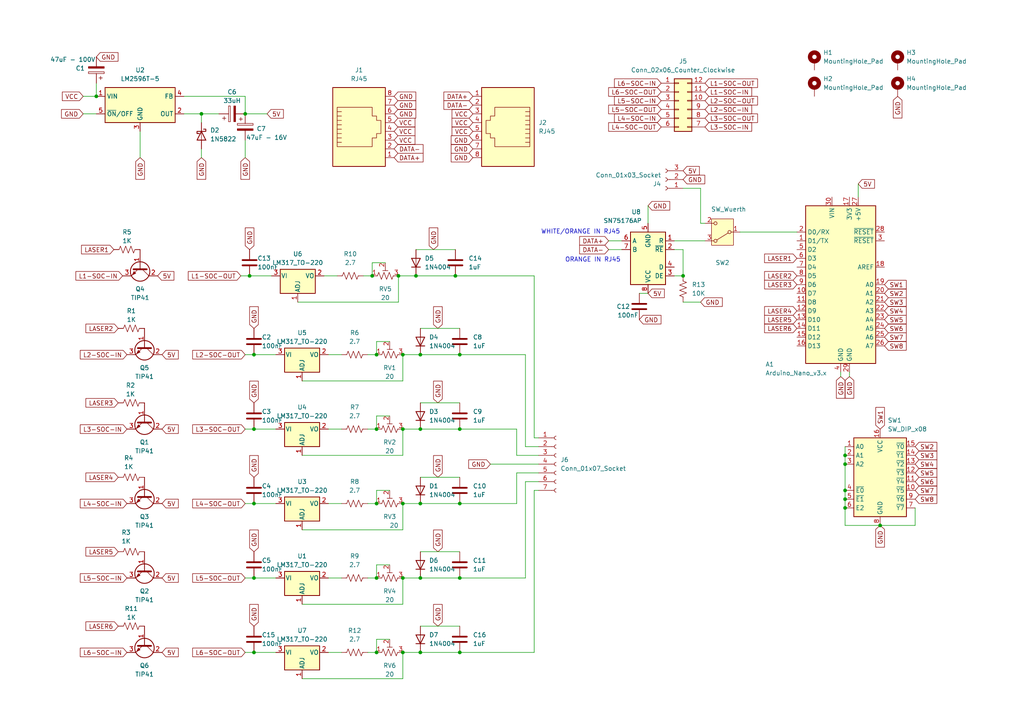
<source format=kicad_sch>
(kicad_sch (version 20231120) (generator "eeschema") (generator_version "8.0")
  (paper "A4")
  (junction (at 120.65 80.01))
  (junction (at 72.39 80.01))
  (junction (at 245.11 134.62))
  (junction (at 245.11 142.24))
  (junction (at 109.22 124.46))
  (junction (at 245.11 147.32))
  (junction (at 109.22 146.05))
  (junction (at 116.84 124.46))
  (junction (at 109.22 167.64))
  (junction (at 73.66 124.46))
  (junction (at 115.57 80.01))
  (junction (at 73.66 146.05))
  (junction (at 133.35 167.64))
  (junction (at 116.84 146.05))
  (junction (at 116.84 189.23))
  (junction (at 121.92 102.87))
  (junction (at 73.66 102.87))
  (junction (at 133.35 146.05))
  (junction (at 107.95 80.01))
  (junction (at 109.22 102.87))
  (junction (at 255.27 152.4))
  (junction (at 245.11 132.08))
  (junction (at 58.42 33.02))
  (junction (at 121.92 189.23))
  (junction (at 121.92 124.46))
  (junction (at 27.94 27.94))
  (junction (at 133.35 189.23))
  (junction (at 121.92 167.64))
  (junction (at 71.12 33.02))
  (junction (at 133.35 102.87))
  (junction (at 132.08 80.01))
  (junction (at 116.84 102.87))
  (junction (at 109.22 189.23))
  (junction (at 73.66 189.23))
  (junction (at 121.92 146.05))
  (junction (at 116.84 167.64))
  (junction (at 245.11 144.78))
  (junction (at 198.12 80.01))
  (junction (at 133.35 124.46))
  (junction (at 73.66 167.64))
  (no_connect (at 299.72 132.08))
  (wire (pts (xy 69.85 80.01) (xy 72.39 80.01)))
  (wire (pts (xy 115.57 80.01) (xy 120.65 80.01)))
  (wire (pts (xy 109.22 120.65) (xy 109.22 124.46)))
  (wire (pts (xy 245.11 129.54) (xy 245.11 132.08)))
  (wire (pts (xy 120.65 80.01) (xy 132.08 80.01)))
  (wire (pts (xy 133.35 102.87) (xy 152.4 102.87)))
  (wire (pts (xy 116.84 167.64) (xy 121.92 167.64)))
  (wire (pts (xy 71.12 146.05) (xy 73.66 146.05)))
  (wire (pts (xy 195.58 80.01) (xy 198.12 80.01)))
  (wire (pts (xy 185.42 85.09) (xy 187.96 85.09)))
  (wire (pts (xy 116.84 102.87) (xy 121.92 102.87)))
  (wire (pts (xy 58.42 33.02) (xy 63.5 33.02)))
  (wire (pts (xy 133.35 146.05) (xy 149.86 146.05)))
  (wire (pts (xy 113.03 185.42) (xy 109.22 185.42)))
  (wire (pts (xy 71.12 33.02) (xy 77.47 33.02)))
  (wire (pts (xy 106.68 189.23) (xy 109.22 189.23)))
  (wire (pts (xy 149.86 137.16) (xy 149.86 146.05)))
  (wire (pts (xy 106.68 102.87) (xy 109.22 102.87)))
  (wire (pts (xy 71.12 189.23) (xy 73.66 189.23)))
  (wire (pts (xy 115.57 80.01) (xy 115.57 87.63)))
  (wire (pts (xy 116.84 102.87) (xy 116.84 110.49)))
  (wire (pts (xy 27.94 24.13) (xy 27.94 27.94)))
  (wire (pts (xy 116.84 124.46) (xy 116.84 132.08)))
  (wire (pts (xy 24.13 27.94) (xy 27.94 27.94)))
  (wire (pts (xy 73.66 102.87) (xy 80.01 102.87)))
  (wire (pts (xy 203.2 54.61) (xy 203.2 64.77)))
  (wire (pts (xy 121.92 116.84) (xy 133.35 116.84)))
  (wire (pts (xy 73.66 124.46) (xy 80.01 124.46)))
  (wire (pts (xy 121.92 138.43) (xy 133.35 138.43)))
  (wire (pts (xy 95.25 146.05) (xy 99.06 146.05)))
  (wire (pts (xy 203.2 87.63) (xy 198.12 87.63)))
  (wire (pts (xy 246.38 107.95) (xy 246.38 109.22)))
  (wire (pts (xy 176.53 72.39) (xy 180.34 72.39)))
  (wire (pts (xy 245.11 134.62) (xy 245.11 142.24)))
  (wire (pts (xy 116.84 175.26) (xy 87.63 175.26)))
  (wire (pts (xy 105.41 80.01) (xy 107.95 80.01)))
  (wire (pts (xy 149.86 137.16) (xy 156.21 137.16)))
  (wire (pts (xy 58.42 33.02) (xy 58.42 35.56)))
  (wire (pts (xy 142.24 134.62) (xy 156.21 134.62)))
  (wire (pts (xy 121.92 166.37) (xy 121.92 167.64)))
  (wire (pts (xy 71.12 27.94) (xy 71.12 33.02)))
  (wire (pts (xy 149.86 124.46) (xy 149.86 132.08)))
  (wire (pts (xy 53.34 27.94) (xy 71.12 27.94)))
  (wire (pts (xy 72.39 80.01) (xy 78.74 80.01)))
  (wire (pts (xy 24.13 33.02) (xy 27.94 33.02)))
  (wire (pts (xy 106.68 146.05) (xy 109.22 146.05)))
  (wire (pts (xy 116.84 175.26) (xy 116.84 167.64)))
  (wire (pts (xy 116.84 146.05) (xy 121.92 146.05)))
  (wire (pts (xy 106.68 124.46) (xy 109.22 124.46)))
  (wire (pts (xy 71.12 124.46) (xy 73.66 124.46)))
  (wire (pts (xy 121.92 124.46) (xy 133.35 124.46)))
  (wire (pts (xy 116.84 110.49) (xy 87.63 110.49)))
  (wire (pts (xy 93.98 80.01) (xy 97.79 80.01)))
  (wire (pts (xy 132.08 80.01) (xy 154.94 80.01)))
  (wire (pts (xy 214.63 67.31) (xy 231.14 67.31)))
  (wire (pts (xy 245.11 142.24) (xy 245.11 144.78)))
  (wire (pts (xy 116.84 153.67) (xy 87.63 153.67)))
  (wire (pts (xy 149.86 132.08) (xy 156.21 132.08)))
  (wire (pts (xy 121.92 181.61) (xy 133.35 181.61)))
  (wire (pts (xy 116.84 189.23) (xy 116.84 196.85)))
  (wire (pts (xy 204.47 69.85) (xy 195.58 69.85)))
  (wire (pts (xy 95.25 124.46) (xy 99.06 124.46)))
  (wire (pts (xy 120.65 72.39) (xy 132.08 72.39)))
  (wire (pts (xy 176.53 69.85) (xy 180.34 69.85)))
  (wire (pts (xy 121.92 167.64) (xy 133.35 167.64)))
  (wire (pts (xy 109.22 99.06) (xy 109.22 102.87)))
  (wire (pts (xy 116.84 189.23) (xy 121.92 189.23)))
  (wire (pts (xy 152.4 139.7) (xy 152.4 167.64)))
  (wire (pts (xy 198.12 72.39) (xy 198.12 80.01)))
  (wire (pts (xy 121.92 160.02) (xy 133.35 160.02)))
  (wire (pts (xy 71.12 102.87) (xy 73.66 102.87)))
  (wire (pts (xy 198.12 54.61) (xy 203.2 54.61)))
  (wire (pts (xy 113.03 99.06) (xy 109.22 99.06)))
  (wire (pts (xy 115.57 87.63) (xy 86.36 87.63)))
  (wire (pts (xy 116.84 132.08) (xy 87.63 132.08)))
  (wire (pts (xy 154.94 142.24) (xy 156.21 142.24)))
  (wire (pts (xy 121.92 189.23) (xy 133.35 189.23)))
  (wire (pts (xy 265.43 152.4) (xy 265.43 147.32)))
  (wire (pts (xy 107.95 76.2) (xy 107.95 80.01)))
  (wire (pts (xy 71.12 40.64) (xy 71.12 45.72)))
  (wire (pts (xy 111.76 76.2) (xy 107.95 76.2)))
  (wire (pts (xy 95.25 167.64) (xy 99.06 167.64)))
  (wire (pts (xy 40.64 38.1) (xy 40.64 45.72)))
  (wire (pts (xy 116.84 124.46) (xy 121.92 124.46)))
  (wire (pts (xy 116.84 146.05) (xy 116.84 153.67)))
  (wire (pts (xy 95.25 102.87) (xy 99.06 102.87)))
  (wire (pts (xy 109.22 163.83) (xy 109.22 167.64)))
  (wire (pts (xy 73.66 189.23) (xy 80.01 189.23)))
  (wire (pts (xy 154.94 80.01) (xy 154.94 127)))
  (wire (pts (xy 149.86 124.46) (xy 133.35 124.46)))
  (wire (pts (xy 121.92 95.25) (xy 133.35 95.25)))
  (wire (pts (xy 152.4 139.7) (xy 156.21 139.7)))
  (wire (pts (xy 106.68 167.64) (xy 109.22 167.64)))
  (wire (pts (xy 109.22 142.24) (xy 109.22 146.05)))
  (wire (pts (xy 152.4 102.87) (xy 152.4 129.54)))
  (wire (pts (xy 245.11 144.78) (xy 245.11 147.32)))
  (wire (pts (xy 113.03 142.24) (xy 109.22 142.24)))
  (wire (pts (xy 113.03 120.65) (xy 109.22 120.65)))
  (wire (pts (xy 245.11 147.32) (xy 245.11 152.4)))
  (wire (pts (xy 121.92 102.87) (xy 133.35 102.87)))
  (wire (pts (xy 133.35 189.23) (xy 154.94 189.23)))
  (wire (pts (xy 195.58 72.39) (xy 198.12 72.39)))
  (wire (pts (xy 245.11 132.08) (xy 245.11 134.62)))
  (wire (pts (xy 116.84 196.85) (xy 87.63 196.85)))
  (wire (pts (xy 109.22 185.42) (xy 109.22 189.23)))
  (wire (pts (xy 58.42 43.18) (xy 58.42 45.72)))
  (wire (pts (xy 113.03 163.83) (xy 109.22 163.83)))
  (wire (pts (xy 187.96 59.69) (xy 187.96 64.77)))
  (wire (pts (xy 73.66 146.05) (xy 80.01 146.05)))
  (wire (pts (xy 95.25 189.23) (xy 99.06 189.23)))
  (wire (pts (xy 71.12 167.64) (xy 73.66 167.64)))
  (wire (pts (xy 245.11 152.4) (xy 255.27 152.4)))
  (wire (pts (xy 243.84 107.95) (xy 243.84 109.22)))
  (wire (pts (xy 152.4 129.54) (xy 156.21 129.54)))
  (wire (pts (xy 154.94 127) (xy 156.21 127)))
  (wire (pts (xy 203.2 64.77) (xy 204.47 64.77)))
  (wire (pts (xy 73.66 167.64) (xy 80.01 167.64)))
  (wire (pts (xy 121.92 146.05) (xy 133.35 146.05)))
  (wire (pts (xy 255.27 152.4) (xy 265.43 152.4)))
  (wire (pts (xy 248.92 53.34) (xy 248.92 57.15)))
  (wire (pts (xy 154.94 189.23) (xy 154.94 142.24)))
  (wire (pts (xy 53.34 33.02) (xy 58.42 33.02)))
  (wire (pts (xy 133.35 167.64) (xy 152.4 167.64)))
  (text "WHITE/ORANGE IN RJ45" (at 168.402 67.31 0) (effects (font (size 1.27 1.27))))
  (text "ORANGE IN RJ45" (at 171.958 75.438 0) (effects (font (size 1.27 1.27))))
  (global_label "SW2" (shape input) (at 265.43 129.54 0) (property "Intersheetrefs" "${INTERSHEET_REFS}" (effects (hide yes))))
  (global_label "GND" (shape input) (at 73.66 160.02 90) (property "Intersheetrefs" "${INTERSHEET_REFS}" (effects (hide yes))))
  (global_label "5V" (shape input) (at 46.99 167.64 0) (property "Intersheetrefs" "${INTERSHEET_REFS}" (effects (hide yes))))
  (global_label "L3-SOC-OUT" (shape input) (at 204.47 34.29 0) (property "Intersheetrefs" "${INTERSHEET_REFS}" (effects (hide yes))))
  (global_label "VCC" (shape input) (at 114.3 38.1 0) (property "Intersheetrefs" "${INTERSHEET_REFS}" (effects (hide yes))))
  (global_label "GND" (shape input) (at 185.42 92.71 0) (property "Intersheetrefs" "${INTERSHEET_REFS}" (effects (hide yes))))
  (global_label "GND" (shape input) (at 114.3 27.94 0) (property "Intersheetrefs" "${INTERSHEET_REFS}" (effects (hide yes))))
  (global_label "GND" (shape input) (at 255.27 152.4 270) (property "Intersheetrefs" "${INTERSHEET_REFS}" (effects (hide yes))))
  (global_label "LASER4" (shape input) (at 34.29 138.43 180) (property "Intersheetrefs" "${INTERSHEET_REFS}" (effects (hide yes))))
  (global_label "GND" (shape input) (at 127 95.25 90) (property "Intersheetrefs" "${INTERSHEET_REFS}" (effects (hide yes))))
  (global_label "GND" (shape input) (at 73.66 95.25 90) (property "Intersheetrefs" "${INTERSHEET_REFS}" (effects (hide yes))))
  (global_label "VCC" (shape input) (at 24.13 27.94 180) (property "Intersheetrefs" "${INTERSHEET_REFS}" (effects (hide yes))))
  (global_label "DATA+" (shape input) (at 114.3 45.72 0) (property "Intersheetrefs" "${INTERSHEET_REFS}" (effects (hide yes))))
  (global_label "SW7" (shape input) (at 265.43 142.24 0) (property "Intersheetrefs" "${INTERSHEET_REFS}" (effects (hide yes))))
  (global_label "DATA-" (shape input) (at 137.16 30.48 180) (property "Intersheetrefs" "${INTERSHEET_REFS}" (effects (hide yes))))
  (global_label "GND" (shape input) (at 72.39 72.39 90) (property "Intersheetrefs" "${INTERSHEET_REFS}" (effects (hide yes))))
  (global_label "L2-SOC-IN" (shape input) (at 204.47 31.75 0) (property "Intersheetrefs" "${INTERSHEET_REFS}" (effects (hide yes))))
  (global_label "LASER5" (shape input) (at 231.14 92.71 180) (property "Intersheetrefs" "${INTERSHEET_REFS}" (effects (hide yes))))
  (global_label "GND" (shape input) (at 40.64 45.72 270) (property "Intersheetrefs" "${INTERSHEET_REFS}" (effects (hide yes))))
  (global_label "GND" (shape input) (at 127 181.61 90) (property "Intersheetrefs" "${INTERSHEET_REFS}" (effects (hide yes))))
  (global_label "SW8" (shape input) (at 256.54 100.33 0) (property "Intersheetrefs" "${INTERSHEET_REFS}" (effects (hide yes))))
  (global_label "L4-SOC-IN" (shape input) (at 191.77 34.29 180) (property "Intersheetrefs" "${INTERSHEET_REFS}" (effects (hide yes))))
  (global_label "GND" (shape input) (at 73.66 181.61 90) (property "Intersheetrefs" "${INTERSHEET_REFS}" (effects (hide yes))))
  (global_label "LASER2" (shape input) (at 34.29 95.25 180) (property "Intersheetrefs" "${INTERSHEET_REFS}" (effects (hide yes))))
  (global_label "VCC" (shape input) (at 114.3 40.64 0) (property "Intersheetrefs" "${INTERSHEET_REFS}" (effects (hide yes))))
  (global_label "LASER3" (shape input) (at 231.14 82.55 180) (property "Intersheetrefs" "${INTERSHEET_REFS}" (effects (hide yes))))
  (global_label "VCC" (shape input) (at 114.3 35.56 0) (property "Intersheetrefs" "${INTERSHEET_REFS}" (effects (hide yes))))
  (global_label "L5-SOC-IN" (shape input) (at 191.77 29.21 180) (property "Intersheetrefs" "${INTERSHEET_REFS}" (effects (hide yes))))
  (global_label "L5-SOC-OUT" (shape input) (at 71.12 167.64 180) (property "Intersheetrefs" "${INTERSHEET_REFS}" (effects (hide yes))))
  (global_label "5V" (shape input) (at 187.96 85.09 0) (property "Intersheetrefs" "${INTERSHEET_REFS}" (effects (hide yes))))
  (global_label "VCC" (shape input) (at 137.16 33.02 180) (property "Intersheetrefs" "${INTERSHEET_REFS}" (effects (hide yes))))
  (global_label "GND" (shape input) (at 137.16 40.64 180) (property "Intersheetrefs" "${INTERSHEET_REFS}" (effects (hide yes))))
  (global_label "5V" (shape input) (at 46.99 124.46 0) (property "Intersheetrefs" "${INTERSHEET_REFS}" (effects (hide yes))))
  (global_label "GND" (shape input) (at 137.16 43.18 180) (property "Intersheetrefs" "${INTERSHEET_REFS}" (effects (hide yes))))
  (global_label "LASER1" (shape input) (at 231.14 74.93 180) (property "Intersheetrefs" "${INTERSHEET_REFS}" (effects (hide yes))))
  (global_label "GND" (shape input) (at 198.12 52.07 0) (property "Intersheetrefs" "${INTERSHEET_REFS}" (effects (hide yes))))
  (global_label "DATA-" (shape input) (at 176.53 72.39 180) (property "Intersheetrefs" "${INTERSHEET_REFS}" (effects (hide yes))))
  (global_label "L3-SOC-OUT" (shape input) (at 71.12 124.46 180) (property "Intersheetrefs" "${INTERSHEET_REFS}" (effects (hide yes))))
  (global_label "L6-SOC-IN" (shape input) (at 191.77 24.13 180) (property "Intersheetrefs" "${INTERSHEET_REFS}" (effects (hide yes))))
  (global_label "SW1" (shape input) (at 256.54 82.55 0) (property "Intersheetrefs" "${INTERSHEET_REFS}" (effects (hide yes))))
  (global_label "GND" (shape input) (at 127 116.84 90) (property "Intersheetrefs" "${INTERSHEET_REFS}" (effects (hide yes))))
  (global_label "L1-SOC-IN" (shape input) (at 204.47 26.67 0) (property "Intersheetrefs" "${INTERSHEET_REFS}" (effects (hide yes))))
  (global_label "SW2" (shape input) (at 256.54 85.09 0) (property "Intersheetrefs" "${INTERSHEET_REFS}" (effects (hide yes))))
  (global_label "GND" (shape input) (at 24.13 33.02 180) (property "Intersheetrefs" "${INTERSHEET_REFS}" (effects (hide yes))))
  (global_label "L5-SOC-OUT" (shape input) (at 191.77 31.75 180) (property "Intersheetrefs" "${INTERSHEET_REFS}" (effects (hide yes))))
  (global_label "GND" (shape input) (at 260.35 27.94 270) (property "Intersheetrefs" "${INTERSHEET_REFS}" (effects (hide yes))))
  (global_label "GND" (shape input) (at 142.24 134.62 180) (property "Intersheetrefs" "${INTERSHEET_REFS}" (effects (hide yes))))
  (global_label "SW4" (shape input) (at 265.43 134.62 0) (property "Intersheetrefs" "${INTERSHEET_REFS}" (effects (hide yes))))
  (global_label "DATA-" (shape input) (at 114.3 43.18 0) (property "Intersheetrefs" "${INTERSHEET_REFS}" (effects (hide yes))))
  (global_label "5V" (shape input) (at 46.99 102.87 0) (property "Intersheetrefs" "${INTERSHEET_REFS}" (effects (hide yes))))
  (global_label "GND" (shape input) (at 73.66 138.43 90) (property "Intersheetrefs" "${INTERSHEET_REFS}" (effects (hide yes))))
  (global_label "SW1" (shape input) (at 255.27 124.46 90) (property "Intersheetrefs" "${INTERSHEET_REFS}" (effects (hide yes))))
  (global_label "SW6" (shape input) (at 256.54 95.25 0) (property "Intersheetrefs" "${INTERSHEET_REFS}" (effects (hide yes))))
  (global_label "5V" (shape input) (at 46.99 189.23 0) (property "Intersheetrefs" "${INTERSHEET_REFS}" (effects (hide yes))))
  (global_label "LASER3" (shape input) (at 34.29 116.84 180) (property "Intersheetrefs" "${INTERSHEET_REFS}" (effects (hide yes))))
  (global_label "L4-SOC-OUT" (shape input) (at 71.12 146.05 180) (property "Intersheetrefs" "${INTERSHEET_REFS}" (effects (hide yes))))
  (global_label "VCC" (shape input) (at 137.16 35.56 180) (property "Intersheetrefs" "${INTERSHEET_REFS}" (effects (hide yes))))
  (global_label "SW5" (shape input) (at 265.43 137.16 0) (property "Intersheetrefs" "${INTERSHEET_REFS}" (effects (hide yes))))
  (global_label "5V" (shape input) (at 77.47 33.02 0) (property "Intersheetrefs" "${INTERSHEET_REFS}" (effects (hide yes))))
  (global_label "L6-SOC-OUT" (shape input) (at 71.12 189.23 180) (property "Intersheetrefs" "${INTERSHEET_REFS}" (effects (hide yes))))
  (global_label "GND" (shape input) (at 71.12 45.72 270) (property "Intersheetrefs" "${INTERSHEET_REFS}" (effects (hide yes))))
  (global_label "GND" (shape input) (at 58.42 45.72 270) (property "Intersheetrefs" "${INTERSHEET_REFS}" (effects (hide yes))))
  (global_label "L2-SOC-OUT" (shape input) (at 71.12 102.87 180) (property "Intersheetrefs" "${INTERSHEET_REFS}" (effects (hide yes))))
  (global_label "L3-SOC-IN" (shape input) (at 36.83 124.46 180) (property "Intersheetrefs" "${INTERSHEET_REFS}" (effects (hide yes))))
  (global_label "LASER1" (shape input) (at 33.02 72.39 180) (property "Intersheetrefs" "${INTERSHEET_REFS}" (effects (hide yes))))
  (global_label "GND" (shape input) (at 114.3 33.02 0) (property "Intersheetrefs" "${INTERSHEET_REFS}" (effects (hide yes))))
  (global_label "SW6" (shape input) (at 265.43 139.7 0) (property "Intersheetrefs" "${INTERSHEET_REFS}" (effects (hide yes))))
  (global_label "DATA+" (shape input) (at 137.16 27.94 180) (property "Intersheetrefs" "${INTERSHEET_REFS}" (effects (hide yes))))
  (global_label "SW7" (shape input) (at 256.54 97.79 0) (property "Intersheetrefs" "${INTERSHEET_REFS}" (effects (hide yes))))
  (global_label "GND" (shape input) (at 73.66 116.84 90) (property "Intersheetrefs" "${INTERSHEET_REFS}" (effects (hide yes))))
  (global_label "L1-SOC-OUT" (shape input) (at 69.85 80.01 180) (property "Intersheetrefs" "${INTERSHEET_REFS}" (effects (hide yes))))
  (global_label "SW4" (shape input) (at 256.54 90.17 0) (property "Intersheetrefs" "${INTERSHEET_REFS}" (effects (hide yes))))
  (global_label "5V" (shape input) (at 45.72 80.01 0) (property "Intersheetrefs" "${INTERSHEET_REFS}" (effects (hide yes))))
  (global_label "L6-SOC-IN" (shape input) (at 36.83 189.23 180) (property "Intersheetrefs" "${INTERSHEET_REFS}" (effects (hide yes))))
  (global_label "SW5" (shape input) (at 256.54 92.71 0) (property "Intersheetrefs" "${INTERSHEET_REFS}" (effects (hide yes))))
  (global_label "LASER2" (shape input) (at 231.14 80.01 180) (property "Intersheetrefs" "${INTERSHEET_REFS}" (effects (hide yes))))
  (global_label "L3-SOC-IN" (shape input) (at 204.47 36.83 0) (property "Intersheetrefs" "${INTERSHEET_REFS}" (effects (hide yes))))
  (global_label "LASER5" (shape input) (at 34.29 160.02 180) (property "Intersheetrefs" "${INTERSHEET_REFS}" (effects (hide yes))))
  (global_label "L6-SOC-OUT" (shape input) (at 191.77 26.67 180) (property "Intersheetrefs" "${INTERSHEET_REFS}" (effects (hide yes))))
  (global_label "LASER6" (shape input) (at 231.14 95.25 180) (property "Intersheetrefs" "${INTERSHEET_REFS}" (effects (hide yes))))
  (global_label "GND" (shape input) (at 27.94 16.51 0) (property "Intersheetrefs" "${INTERSHEET_REFS}" (effects (hide yes))))
  (global_label "GND" (shape input) (at 127 138.43 90) (property "Intersheetrefs" "${INTERSHEET_REFS}" (effects (hide yes))))
  (global_label "VCC" (shape input) (at 137.16 38.1 180) (property "Intersheetrefs" "${INTERSHEET_REFS}" (effects (hide yes))))
  (global_label "GND" (shape input) (at 187.96 59.69 0) (property "Intersheetrefs" "${INTERSHEET_REFS}" (effects (hide yes))))
  (global_label "GND" (shape input) (at 203.2 87.63 0) (property "Intersheetrefs" "${INTERSHEET_REFS}" (effects (hide yes))))
  (global_label "L4-SOC-OUT" (shape input) (at 191.77 36.83 180) (property "Intersheetrefs" "${INTERSHEET_REFS}" (effects (hide yes))))
  (global_label "GND" (shape input) (at 125.73 72.39 90) (property "Intersheetrefs" "${INTERSHEET_REFS}" (effects (hide yes))))
  (global_label "SW8" (shape input) (at 265.43 144.78 0) (property "Intersheetrefs" "${INTERSHEET_REFS}" (effects (hide yes))))
  (global_label "5V" (shape input) (at 46.99 146.05 0) (property "Intersheetrefs" "${INTERSHEET_REFS}" (effects (hide yes))))
  (global_label "L2-SOC-IN" (shape input) (at 36.83 102.87 180) (property "Intersheetrefs" "${INTERSHEET_REFS}" (effects (hide yes))))
  (global_label "GND" (shape input) (at 137.16 45.72 180) (property "Intersheetrefs" "${INTERSHEET_REFS}" (effects (hide yes))))
  (global_label "L4-SOC-IN" (shape input) (at 36.83 146.05 180) (property "Intersheetrefs" "${INTERSHEET_REFS}" (effects (hide yes))))
  (global_label "GND" (shape input) (at 243.84 109.22 270) (property "Intersheetrefs" "${INTERSHEET_REFS}" (effects (hide yes))))
  (global_label "5V" (shape input) (at 198.12 49.53 0) (property "Intersheetrefs" "${INTERSHEET_REFS}" (effects (hide yes))))
  (global_label "SW3" (shape input) (at 265.43 132.08 0) (property "Intersheetrefs" "${INTERSHEET_REFS}" (effects (hide yes))))
  (global_label "LASER4" (shape input) (at 231.14 90.17 180) (property "Intersheetrefs" "${INTERSHEET_REFS}" (effects (hide yes))))
  (global_label "LASER6" (shape input) (at 34.29 181.61 180) (property "Intersheetrefs" "${INTERSHEET_REFS}" (effects (hide yes))))
  (global_label "L1-SOC-IN" (shape input) (at 35.56 80.01 180) (property "Intersheetrefs" "${INTERSHEET_REFS}" (effects (hide yes))))
  (global_label "5V" (shape input) (at 248.92 53.34 0) (property "Intersheetrefs" "${INTERSHEET_REFS}" (effects (hide yes))))
  (global_label "L5-SOC-IN" (shape input) (at 36.83 167.64 180) (property "Intersheetrefs" "${INTERSHEET_REFS}" (effects (hide yes))))
  (global_label "GND" (shape input) (at 246.38 109.22 270) (property "Intersheetrefs" "${INTERSHEET_REFS}" (effects (hide yes))))
  (global_label "DATA+" (shape input) (at 176.53 69.85 180) (property "Intersheetrefs" "${INTERSHEET_REFS}" (effects (hide yes))))
  (global_label "GND" (shape input) (at 114.3 30.48 0) (property "Intersheetrefs" "${INTERSHEET_REFS}" (effects (hide yes))))
  (global_label "L1-SOC-OUT" (shape input) (at 204.47 24.13 0) (property "Intersheetrefs" "${INTERSHEET_REFS}" (effects (hide yes))))
  (global_label "L2-SOC-OUT" (shape input) (at 204.47 29.21 0) (property "Intersheetrefs" "${INTERSHEET_REFS}" (effects (hide yes))))
  (global_label "GND" (shape input) (at 127 160.02 90) (property "Intersheetrefs" "${INTERSHEET_REFS}" (effects (hide yes))))
  (global_label "SW3" (shape input) (at 256.54 87.63 0) (property "Intersheetrefs" "${INTERSHEET_REFS}" (effects (hide yes))))
  (symbol (lib_id "Diode:1N4004") (at 121.92 142.24 90) (unit 1)
    (property "Reference" "D1" (at 124.46 140.9699 90) (effects (justify right)))
    (property "Value" "1N4004" (at 124.46 143.5099 90) (effects (justify right)))
    (property "Footprint" "Diode_THT:D_DO-41_SOD81_P7.62mm_Horizontal" (effects (hide yes)))
    (property "Datasheet" "http://www.vishay.com/docs/88503/1n4001.pdf" (effects (hide yes)))
    (property "Description" "400V 1A General Purpose Rectifier Diode, DO-41" (effects (hide yes)))
    (property "Sim.Device" "D" (effects (hide yes)))
    (property "Sim.Pins" "1=K 2=A" (effects (hide yes)))
  )
  (symbol (lib_id "Device:R_US") (at 102.87 124.46 270) (unit 1)
    (property "Reference" "R7" (at 102.87 118.11 90))
    (property "Value" "2.7" (at 102.87 120.65 90))
    (property "Footprint" "Resistor_THT:R_Axial_DIN0411_L9.9mm_D3.6mm_P12.70mm_Horizontal" (effects (hide yes)))
    (property "Description" "Resistor, US symbol" (effects (hide yes)))
  )
  (symbol (lib_id "Device:C") (at 73.66 120.65 0) (unit 1)
    (property "Reference" "C3" (at 75.946 119.38 0) (effects (justify left)))
    (property "Value" "100nF" (at 75.946 121.92 0) (effects (justify left)))
    (property "Footprint" "Capacitor_THT:C_Disc_D3.0mm_W2.0mm_P2.50mm" (effects (hide yes)))
    (property "Description" "Unpolarized capacitor" (effects (hide yes)))
  )
  (symbol (lib_id "Regulator_Linear:LM317_TO-220") (at 87.63 102.87 0) (unit 1)
    (property "Reference" "U5" (at 87.63 96.52 0))
    (property "Value" "LM317_TO-220" (at 87.63 99.06 0))
    (property "Footprint" "Package_TO_SOT_THT:TO-220-3_Vertical" (effects (hide yes)))
    (property "Datasheet" "http://www.ti.com/lit/ds/symlink/lm317.pdf" (effects (hide yes)))
    (property "Description" "1.5A 35V Adjustable Linear Regulator, TO-220" (effects (hide yes)))
  )
  (symbol (lib_id "Device:C") (at 133.35 120.65 0) (unit 1)
    (property "Reference" "C9" (at 137.16 119.3799 0) (effects (justify left)))
    (property "Value" "1uF" (at 137.16 121.9199 0) (effects (justify left)))
    (property "Footprint" "Capacitor_THT:C_Disc_D3.0mm_W2.0mm_P2.50mm" (effects (hide yes)))
    (property "Description" "Unpolarized capacitor" (effects (hide yes)))
  )
  (symbol (lib_id "Diode:1N4004") (at 121.92 185.42 90) (unit 1)
    (property "Reference" "D7" (at 124.46 184.1499 90) (effects (justify right)))
    (property "Value" "1N4004" (at 124.46 186.6899 90) (effects (justify right)))
    (property "Footprint" "Diode_THT:D_DO-41_SOD81_P7.62mm_Horizontal" (effects (hide yes)))
    (property "Datasheet" "http://www.vishay.com/docs/88503/1n4001.pdf" (effects (hide yes)))
    (property "Description" "400V 1A General Purpose Rectifier Diode, DO-41" (effects (hide yes)))
    (property "Sim.Device" "D" (effects (hide yes)))
    (property "Sim.Pins" "1=K 2=A" (effects (hide yes)))
  )
  (symbol (lib_id "Device:R_US") (at 102.87 102.87 270) (unit 1)
    (property "Reference" "R6" (at 102.87 96.52 90))
    (property "Value" "2.7" (at 102.87 99.06 90))
    (property "Footprint" "Resistor_THT:R_Axial_DIN0411_L9.9mm_D3.6mm_P12.70mm_Horizontal" (effects (hide yes)))
    (property "Description" "Resistor, US symbol" (effects (hide yes)))
  )
  (symbol (lib_id "Regulator_Linear:LM317_TO-220") (at 87.63 124.46 0) (unit 1)
    (property "Reference" "U4" (at 87.63 118.11 0))
    (property "Value" "LM317_TO-220" (at 87.63 120.65 0))
    (property "Footprint" "Package_TO_SOT_THT:TO-220-3_Vertical" (effects (hide yes)))
    (property "Datasheet" "http://www.ti.com/lit/ds/symlink/lm317.pdf" (effects (hide yes)))
    (property "Description" "1.5A 35V Adjustable Linear Regulator, TO-220" (effects (hide yes)))
  )
  (symbol (lib_id "Device:C_Polarized") (at 71.12 36.83 0) (unit 1)
    (property "Reference" "C7" (at 74.422 37.338 0) (effects (justify left)))
    (property "Value" "47uF - 16V" (at 71.374 39.878 0) (effects (justify left)))
    (property "Footprint" "Capacitor_THT:CP_Radial_D7.5mm_P2.50mm" (effects (hide yes)))
    (property "Description" "Polarized capacitor" (effects (hide yes)))
  )
  (symbol (lib_id "Device:R_Potentiometer_Trim_US") (at 113.03 124.46 90) (unit 1)
    (property "Reference" "RV2" (at 113.03 128.27 90))
    (property "Value" "20" (at 113.03 130.81 90))
    (property "Footprint" "Potentiometer_THT:Potentiometer_Bourns_3296Z_Horizontal" (effects (hide yes)))
    (property "Description" "Trim-potentiometer, US symbol" (effects (hide yes)))
  )
  (symbol (lib_id "Device:R_US") (at 36.83 72.39 270) (unit 1)
    (property "Reference" "R5" (at 36.83 67.31 90))
    (property "Value" "1K" (at 36.83 69.85 90))
    (property "Footprint" "Resistor_THT:R_Axial_DIN0207_L6.3mm_D2.5mm_P7.62mm_Horizontal" (effects (hide yes)))
    (property "Description" "Resistor, US symbol" (effects (hide yes)))
  )
  (symbol (lib_id "74xx:74HCT138") (at 255.27 139.7 0) (unit 1)
    (property "Reference" "SW1" (at 257.4641 121.92 0) (effects (justify left)))
    (property "Value" "SW_DIP_x08" (at 257.4641 124.46 0) (effects (justify left)))
    (property "Footprint" "Package_DIP:DIP-16_W7.62mm_LongPads" (effects (hide yes)))
    (property "Datasheet" "http://www.ti.com/lit/ds/symlink/cd74hc238.pdf" (effects (hide yes)))
    (property "Description" "3-to-8 line decoder/multiplexer inverting, DIP-16/SOIC-16/SSOP-16" (effects (hide yes)))
  )
  (symbol (lib_id "Device:R_Potentiometer_Trim_US") (at 113.03 189.23 90) (unit 1)
    (property "Reference" "RV6" (at 113.03 193.04 90))
    (property "Value" "20" (at 113.03 195.58 90))
    (property "Footprint" "Potentiometer_THT:Potentiometer_Bourns_3296Z_Horizontal" (effects (hide yes)))
    (property "Description" "Trim-potentiometer, US symbol" (effects (hide yes)))
  )
  (symbol (lib_id "Regulator_Linear:LM317_TO-220") (at 87.63 146.05 0) (unit 1)
    (property "Reference" "U3" (at 87.63 139.7 0))
    (property "Value" "LM317_TO-220" (at 87.63 142.24 0))
    (property "Footprint" "Package_TO_SOT_THT:TO-220-3_Vertical" (effects (hide yes)))
    (property "Datasheet" "http://www.ti.com/lit/ds/symlink/lm317.pdf" (effects (hide yes)))
    (property "Description" "1.5A 35V Adjustable Linear Regulator, TO-220" (effects (hide yes)))
  )
  (symbol (lib_id "Interface_UART:SN75176AP") (at 187.96 74.93 180) (unit 1)
    (property "Reference" "U8" (at 183.134 61.468 0) (effects (justify right)))
    (property "Value" "SN75176AP" (at 175.006 64.008 0) (effects (justify right)))
    (property "Footprint" "Package_DIP:DIP-8_W7.62mm_Socket_LongPads" (effects (hide yes)))
    (property "Datasheet" "http://www.ti.com/lit/ds/symlink/sn75176a.pdf" (effects (hide yes)))
    (property "Description" "Differential RS-422/RS-485 bus transceiver, DIP-8" (effects (hide yes)))
  )
  (symbol (lib_id "Transistor_BJT:TIP41") (at 41.91 143.51 270) (unit 1)
    (property "Reference" "Q3" (at 41.91 149.86 90))
    (property "Value" "TIP41" (at 41.91 152.4 90))
    (property "Footprint" "Package_TO_SOT_THT:TO-220-3_Vertical" (effects (hide yes)))
    (property "Datasheet" "https://www.centralsemi.com/get_document.php?cmp=1&mergetype=pd&mergepath=pd&pdf_id=tip41.PDF" (effects (hide yes)))
    (property "Description" "6A Ic, 40V Vce, Power NPN Transistor, TO-220" (effects (hide yes)))
  )
  (symbol (lib_id "Device:C") (at 73.66 163.83 0) (unit 1)
    (property "Reference" "C5" (at 75.946 162.56 0) (effects (justify left)))
    (property "Value" "100nF" (at 75.946 165.1 0) (effects (justify left)))
    (property "Footprint" "Capacitor_THT:C_Disc_D3.0mm_W2.0mm_P2.50mm" (effects (hide yes)))
    (property "Description" "Unpolarized capacitor" (effects (hide yes)))
  )
  (symbol (lib_id "Mechanical:MountingHole_Pad") (at 260.35 25.4 0) (unit 1) (exclude_from_sim yes) (in_bom no)
    (property "Reference" "H4" (at 262.89 22.8599 0) (effects (justify left)))
    (property "Value" "MountingHole_Pad" (at 262.89 25.3999 0) (effects (justify left)))
    (property "Footprint" "MountingHole:MountingHole_3.2mm_M3_Pad" (effects (hide yes)))
    (property "Description" "Mounting Hole with connection" (effects (hide yes)))
  )
  (symbol (lib_id "Connector:RJ45") (at 104.14 38.1 0) (unit 1)
    (property "Reference" "J1" (at 104.14 20.32 0))
    (property "Value" "RJ45" (at 104.14 22.86 0))
    (property "Footprint" "Connector_RJ:RJ45_Amphenol_54602-x08_Horizontal" (effects (hide yes)))
    (property "Description" "RJ connector, 8P8C (8 positions 8 connected)" (effects (hide yes)))
  )
  (symbol (lib_id "Mechanical:MountingHole_Pad") (at 260.35 17.78 0) (unit 1) (exclude_from_sim yes) (in_bom no)
    (property "Reference" "H3" (at 262.89 15.2399 0) (effects (justify left)))
    (property "Value" "MountingHole_Pad" (at 262.89 17.7799 0) (effects (justify left)))
    (property "Footprint" "MountingHole:MountingHole_3.2mm_M3_Pad" (effects (hide yes)))
    (property "Description" "Mounting Hole with connection" (effects (hide yes)))
  )
  (symbol (lib_id "Mechanical:MountingHole_Pad") (at 236.22 25.4 0) (unit 1) (exclude_from_sim yes) (in_bom no)
    (property "Reference" "H2" (at 238.76 22.8599 0) (effects (justify left)))
    (property "Value" "MountingHole_Pad" (at 238.76 25.3999 0) (effects (justify left)))
    (property "Footprint" "MountingHole:MountingHole_3.2mm_M3_Pad" (effects (hide yes)))
    (property "Description" "Mounting Hole with connection" (effects (hide yes)))
  )
  (symbol (lib_id "Diode:1N4004") (at 121.92 163.83 90) (unit 1)
    (property "Reference" "D6" (at 124.46 162.5599 90) (effects (justify right)))
    (property "Value" "1N4004" (at 124.46 165.0999 90) (effects (justify right)))
    (property "Footprint" "Diode_THT:D_DO-41_SOD81_P7.62mm_Horizontal" (effects (hide yes)))
    (property "Datasheet" "http://www.vishay.com/docs/88503/1n4001.pdf" (effects (hide yes)))
    (property "Description" "400V 1A General Purpose Rectifier Diode, DO-41" (effects (hide yes)))
    (property "Sim.Device" "D" (effects (hide yes)))
    (property "Sim.Pins" "1=K 2=A" (effects (hide yes)))
  )
  (symbol (lib_id "Device:C") (at 133.35 142.24 0) (unit 1)
    (property "Reference" "C10" (at 137.16 140.9699 0) (effects (justify left)))
    (property "Value" "1uF" (at 137.16 143.5099 0) (effects (justify left)))
    (property "Footprint" "Capacitor_THT:C_Disc_D3.0mm_W2.0mm_P2.50mm" (effects (hide yes)))
    (property "Description" "Unpolarized capacitor" (effects (hide yes)))
  )
  (symbol (lib_id "Device:R_US") (at 38.1 95.25 270) (unit 1)
    (property "Reference" "R1" (at 38.1 90.17 90))
    (property "Value" "1K" (at 38.1 92.71 90))
    (property "Footprint" "Resistor_THT:R_Axial_DIN0207_L6.3mm_D2.5mm_P7.62mm_Horizontal" (effects (hide yes)))
    (property "Description" "Resistor, US symbol" (effects (hide yes)))
  )
  (symbol (lib_id "Device:R_Potentiometer_Trim_US") (at 111.76 80.01 90) (unit 1)
    (property "Reference" "RV5" (at 111.76 83.82 90))
    (property "Value" "20" (at 111.76 86.36 90))
    (property "Footprint" "Potentiometer_THT:Potentiometer_Bourns_3296Z_Horizontal" (effects (hide yes)))
    (property "Description" "Trim-potentiometer, US symbol" (effects (hide yes)))
  )
  (symbol (lib_id "Device:C_Polarized") (at 27.94 20.32 180) (unit 1)
    (property "Reference" "C1" (at 24.638 19.812 0) (effects (justify left)))
    (property "Value" "47uF - 100V" (at 27.686 17.272 0) (effects (justify left)))
    (property "Footprint" "Capacitor_THT:CP_Radial_D7.5mm_P2.50mm" (effects (hide yes)))
    (property "Description" "Polarized capacitor" (effects (hide yes)))
  )
  (symbol (lib_id "Device:R_US") (at 102.87 146.05 270) (unit 1)
    (property "Reference" "R8" (at 102.87 139.7 90))
    (property "Value" "2.7" (at 102.87 142.24 90))
    (property "Footprint" "Resistor_THT:R_Axial_DIN0411_L9.9mm_D3.6mm_P12.70mm_Horizontal" (effects (hide yes)))
    (property "Description" "Resistor, US symbol" (effects (hide yes)))
  )
  (symbol (lib_id "Device:R_US") (at 38.1 138.43 270) (unit 1)
    (property "Reference" "R4" (at 37.338 132.842 90))
    (property "Value" "1K" (at 37.338 135.382 90))
    (property "Footprint" "Resistor_THT:R_Axial_DIN0207_L6.3mm_D2.5mm_P7.62mm_Horizontal" (effects (hide yes)))
    (property "Description" "Resistor, US symbol" (effects (hide yes)))
  )
  (symbol (lib_id "Transistor_BJT:TIP41") (at 41.91 100.33 270) (unit 1)
    (property "Reference" "Q5" (at 41.91 106.68 90))
    (property "Value" "TIP41" (at 41.91 109.22 90))
    (property "Footprint" "Package_TO_SOT_THT:TO-220-3_Vertical" (effects (hide yes)))
    (property "Datasheet" "https://www.centralsemi.com/get_document.php?cmp=1&mergetype=pd&mergepath=pd&pdf_id=tip41.PDF" (effects (hide yes)))
    (property "Description" "6A Ic, 40V Vce, Power NPN Transistor, TO-220" (effects (hide yes)))
  )
  (symbol (lib_id "Device:C") (at 73.66 99.06 0) (unit 1)
    (property "Reference" "C2" (at 75.946 97.79 0) (effects (justify left)))
    (property "Value" "100nF" (at 75.946 100.33 0) (effects (justify left)))
    (property "Footprint" "Capacitor_THT:C_Disc_D3.0mm_W2.0mm_P2.50mm" (effects (hide yes)))
    (property "Description" "Unpolarized capacitor" (effects (hide yes)))
  )
  (symbol (lib_id "Diode:1N4004") (at 121.92 120.65 90) (unit 1)
    (property "Reference" "D3" (at 124.46 119.3799 90) (effects (justify right)))
    (property "Value" "1N4004" (at 124.46 121.9199 90) (effects (justify right)))
    (property "Footprint" "Diode_THT:D_DO-41_SOD81_P7.62mm_Horizontal" (effects (hide yes)))
    (property "Datasheet" "http://www.vishay.com/docs/88503/1n4001.pdf" (effects (hide yes)))
    (property "Description" "400V 1A General Purpose Rectifier Diode, DO-41" (effects (hide yes)))
    (property "Sim.Device" "D" (effects (hide yes)))
    (property "Sim.Pins" "1=K 2=A" (effects (hide yes)))
  )
  (symbol (lib_id "Diode:1N5822") (at 58.42 39.37 270) (unit 1)
    (property "Reference" "D2" (at 60.96 37.7824 90) (effects (justify left)))
    (property "Value" "1N5822" (at 60.96 40.3224 90) (effects (justify left)))
    (property "Footprint" "Diode_THT:D_DO-201AD_P15.24mm_Horizontal" (effects (hide yes)))
    (property "Datasheet" "http://www.vishay.com/docs/88526/1n5820.pdf" (effects (hide yes)))
    (property "Description" "40V 3A Schottky Barrier Rectifier Diode, DO-201AD" (effects (hide yes)))
  )
  (symbol (lib_id "Transistor_BJT:TIP41") (at 41.91 165.1 270) (unit 1)
    (property "Reference" "Q2" (at 41.91 171.45 90))
    (property "Value" "TIP41" (at 41.91 173.99 90))
    (property "Footprint" "Package_TO_SOT_THT:TO-220-3_Vertical" (effects (hide yes)))
    (property "Datasheet" "https://www.centralsemi.com/get_document.php?cmp=1&mergetype=pd&mergepath=pd&pdf_id=tip41.PDF" (effects (hide yes)))
    (property "Description" "6A Ic, 40V Vce, Power NPN Transistor, TO-220" (effects (hide yes)))
  )
  (symbol (lib_id "Transistor_BJT:TIP41") (at 41.91 186.69 270) (unit 1)
    (property "Reference" "Q6" (at 41.91 193.04 90))
    (property "Value" "TIP41" (at 41.91 195.58 90))
    (property "Footprint" "Package_TO_SOT_THT:TO-220-3_Vertical" (effects (hide yes)))
    (property "Datasheet" "https://www.centralsemi.com/get_document.php?cmp=1&mergetype=pd&mergepath=pd&pdf_id=tip41.PDF" (effects (hide yes)))
    (property "Description" "6A Ic, 40V Vce, Power NPN Transistor, TO-220" (effects (hide yes)))
  )
  (symbol (lib_id "Regulator_Linear:LM317_TO-220") (at 87.63 189.23 0) (unit 1)
    (property "Reference" "U7" (at 87.63 182.88 0))
    (property "Value" "LM317_TO-220" (at 87.63 185.42 0))
    (property "Footprint" "Package_TO_SOT_THT:TO-220-3_Vertical" (effects (hide yes)))
    (property "Datasheet" "http://www.ti.com/lit/ds/symlink/lm317.pdf" (effects (hide yes)))
    (property "Description" "1.5A 35V Adjustable Linear Regulator, TO-220" (effects (hide yes)))
  )
  (symbol (lib_id "Device:R_US") (at 38.1 181.61 270) (unit 1)
    (property "Reference" "R11" (at 38.1 176.53 90))
    (property "Value" "1K" (at 38.1 179.07 90))
    (property "Footprint" "Resistor_THT:R_Axial_DIN0207_L6.3mm_D2.5mm_P7.62mm_Horizontal" (effects (hide yes)))
    (property "Description" "Resistor, US symbol" (effects (hide yes)))
  )
  (symbol (lib_id "Diode:1N4004") (at 120.65 76.2 90) (unit 1)
    (property "Reference" "D5" (at 123.19 74.9299 90) (effects (justify right)))
    (property "Value" "1N4004" (at 123.19 77.4699 90) (effects (justify right)))
    (property "Footprint" "Diode_THT:D_DO-41_SOD81_P7.62mm_Horizontal" (effects (hide yes)))
    (property "Datasheet" "http://www.vishay.com/docs/88503/1n4001.pdf" (effects (hide yes)))
    (property "Description" "400V 1A General Purpose Rectifier Diode, DO-41" (effects (hide yes)))
    (property "Sim.Device" "D" (effects (hide yes)))
    (property "Sim.Pins" "1=K 2=A" (effects (hide yes)))
  )
  (symbol (lib_id "Transistor_BJT:TIP41") (at 40.64 77.47 270) (unit 1)
    (property "Reference" "Q4" (at 40.64 83.82 90))
    (property "Value" "TIP41" (at 40.64 86.36 90))
    (property "Footprint" "Package_TO_SOT_THT:TO-220-3_Vertical" (effects (hide yes)))
    (property "Datasheet" "https://www.centralsemi.com/get_document.php?cmp=1&mergetype=pd&mergepath=pd&pdf_id=tip41.PDF" (effects (hide yes)))
    (property "Description" "6A Ic, 40V Vce, Power NPN Transistor, TO-220" (effects (hide yes)))
  )
  (symbol (lib_id "Device:R_Potentiometer_Trim_US") (at 113.03 102.87 90) (unit 1)
    (property "Reference" "RV1" (at 113.03 106.68 90))
    (property "Value" "20" (at 113.03 109.22 90))
    (property "Footprint" "Potentiometer_THT:Potentiometer_Bourns_3296Z_Horizontal" (effects (hide yes)))
    (property "Description" "Trim-potentiometer, US symbol" (effects (hide yes)))
  )
  (symbol (lib_id "Connector_Generic:Conn_02x06_Counter_Clockwise") (at 196.85 29.21 0) (unit 1)
    (property "Reference" "J5" (at 198.12 17.78 0))
    (property "Value" "Conn_02x06_Counter_Clockwise" (at 198.12 20.32 0))
    (property "Footprint" "Connector_PinHeader_2.54mm:PinHeader_2x06_P2.54mm_Vertical" (effects (hide yes)))
    (property "Description" "Generic connector, double row, 02x06, counter clockwise pin numbering scheme (similar to DIP package numbering), script generated (kicad-library-utils/schlib/autogen/connector/)" (effects (hide yes)))
  )
  (symbol (lib_id "Regulator_Switching:LM2596T-5") (at 40.64 30.48 0) (unit 1)
    (property "Reference" "U2" (at 40.64 20.32 0))
    (property "Value" "LM2596T-5" (at 40.64 22.86 0))
    (property "Footprint" "Package_TO_SOT_THT:TO-220-5_P3.4x3.7mm_StaggerOdd_Lead3.8mm_Vertical" (effects (hide yes)))
    (property "Datasheet" "http://www.ti.com/lit/ds/symlink/lm2596.pdf" (effects (hide yes)))
    (property "Description" "5V 3A 150kHz Step-Down Voltage Regulator, TO-220" (effects (hide yes)))
  )
  (symbol (lib_id "Connector:Conn_01x07_Socket") (at 161.29 134.62 0) (unit 1)
    (property "Reference" "J6" (at 162.56 133.3499 0) (effects (justify left)))
    (property "Value" "Conn_01x07_Socket" (at 162.56 135.8899 0) (effects (justify left)))
    (property "Footprint" "Connector_JST:JST_EH_B7B-EH-A_1x07_P2.50mm_Vertical" (effects (hide yes)))
    (property "Description" "Generic connector, single row, 01x07, script generated" (effects (hide yes)))
  )
  (symbol (lib_id "Device:R_US") (at 38.1 160.02 270) (unit 1)
    (property "Reference" "R3" (at 36.576 154.432 90))
    (property "Value" "1K" (at 36.576 156.972 90))
    (property "Footprint" "Resistor_THT:R_Axial_DIN0207_L6.3mm_D2.5mm_P7.62mm_Horizontal" (effects (hide yes)))
    (property "Description" "Resistor, US symbol" (effects (hide yes)))
  )
  (symbol (lib_id "Device:C") (at 132.08 76.2 0) (unit 1)
    (property "Reference" "C14" (at 135.89 74.9299 0) (effects (justify left)))
    (property "Value" "1uF" (at 135.89 77.4699 0) (effects (justify left)))
    (property "Footprint" "Capacitor_THT:C_Disc_D3.0mm_W2.0mm_P2.50mm" (effects (hide yes)))
    (property "Description" "Unpolarized capacitor" (effects (hide yes)))
  )
  (symbol (lib_id "Device:R_Potentiometer_Trim_US") (at 113.03 167.64 90) (unit 1)
    (property "Reference" "RV4" (at 113.03 171.45 90))
    (property "Value" "20" (at 113.03 173.99 90))
    (property "Footprint" "Potentiometer_THT:Potentiometer_Bourns_3296Z_Horizontal" (effects (hide yes)))
    (property "Description" "Trim-potentiometer, US symbol" (effects (hide yes)))
  )
  (symbol (lib_id "Device:C_Polarized") (at 67.31 33.02 90) (unit 1)
    (property "Reference" "C6" (at 67.31 26.67 90))
    (property "Value" "33uH" (at 67.31 29.21 90))
    (property "Footprint" "Capacitor_THT:CP_Radial_D8.0mm_P5.00mm" (effects (hide yes)))
    (property "Description" "Polarized capacitor" (effects (hide yes)))
  )
  (symbol (lib_id "Regulator_Linear:LM317_TO-220") (at 87.63 167.64 0) (unit 1)
    (property "Reference" "U1" (at 87.63 161.29 0))
    (property "Value" "LM317_TO-220" (at 87.63 163.83 0))
    (property "Footprint" "Package_TO_SOT_THT:TO-220-3_Vertical" (effects (hide yes)))
    (property "Datasheet" "http://www.ti.com/lit/ds/symlink/lm317.pdf" (effects (hide yes)))
    (property "Description" "1.5A 35V Adjustable Linear Regulator, TO-220" (effects (hide yes)))
  )
  (symbol (lib_id "Device:C") (at 133.35 163.83 0) (unit 1)
    (property "Reference" "C11" (at 137.16 162.5599 0) (effects (justify left)))
    (property "Value" "1uF" (at 137.16 165.0999 0) (effects (justify left)))
    (property "Footprint" "Capacitor_THT:C_Disc_D3.0mm_W2.0mm_P2.50mm" (effects (hide yes)))
    (property "Description" "Unpolarized capacitor" (effects (hide yes)))
  )
  (symbol (lib_id "Connector:RJ45") (at 147.32 35.56 180) (unit 1)
    (property "Reference" "J2" (at 156.21 35.5599 0) (effects (justify right)))
    (property "Value" "RJ45" (at 156.21 38.0999 0) (effects (justify right)))
    (property "Footprint" "Connector_RJ:RJ45_Amphenol_54602-x08_Horizontal" (effects (hide yes)))
    (property "Description" "RJ connector, 8P8C (8 positions 8 connected)" (effects (hide yes)))
  )
  (symbol (lib_id "Device:R_US") (at 102.87 167.64 270) (unit 1)
    (property "Reference" "R9" (at 102.87 161.29 90))
    (property "Value" "2.7" (at 102.87 163.83 90))
    (property "Footprint" "Resistor_THT:R_Axial_DIN0411_L9.9mm_D3.6mm_P12.70mm_Horizontal" (effects (hide yes)))
    (property "Description" "Resistor, US symbol" (effects (hide yes)))
  )
  (symbol (lib_id "Device:C") (at 133.35 185.42 0) (unit 1)
    (property "Reference" "C16" (at 137.16 184.1499 0) (effects (justify left)))
    (property "Value" "1uF" (at 137.16 186.6899 0) (effects (justify left)))
    (property "Footprint" "Capacitor_THT:C_Disc_D3.0mm_W2.0mm_P2.50mm" (effects (hide yes)))
    (property "Description" "Unpolarized capacitor" (effects (hide yes)))
  )
  (symbol (lib_id "Device:R_US") (at 101.6 80.01 270) (unit 1)
    (property "Reference" "R10" (at 101.6 73.66 90))
    (property "Value" "2.7" (at 101.6 76.2 90))
    (property "Footprint" "Resistor_THT:R_Axial_DIN0411_L9.9mm_D3.6mm_P12.70mm_Horizontal" (effects (hide yes)))
    (property "Description" "Resistor, US symbol" (effects (hide yes)))
  )
  (symbol (lib_id "Connector:Conn_01x03_Socket") (at 193.04 52.07 180) (unit 1)
    (property "Reference" "J4" (at 191.77 53.3401 0) (effects (justify left)))
    (property "Value" "Conn_01x03_Socket" (at 191.77 50.8001 0) (effects (justify left)))
    (property "Footprint" "Connector_JST:JST_EH_B3B-EH-A_1x03_P2.50mm_Vertical" (effects (hide yes)))
    (property "Description" "Generic connector, single row, 01x03, script generated" (effects (hide yes)))
  )
  (symbol (lib_id "Mechanical:MountingHole_Pad") (at 236.22 17.78 0) (unit 1) (exclude_from_sim yes) (in_bom no)
    (property "Reference" "H1" (at 238.76 15.2399 0) (effects (justify left)))
    (property "Value" "MountingHole_Pad" (at 238.76 17.7799 0) (effects (justify left)))
    (property "Footprint" "MountingHole:MountingHole_3.2mm_M3_Pad" (effects (hide yes)))
    (property "Description" "Mounting Hole with connection" (effects (hide yes)))
  )
  (symbol (lib_id "Diode:1N4004") (at 121.92 99.06 90) (unit 1)
    (property "Reference" "D4" (at 124.46 97.7899 90) (effects (justify right)))
    (property "Value" "1N4004" (at 124.46 100.3299 90) (effects (justify right)))
    (property "Footprint" "Diode_THT:D_DO-41_SOD81_P7.62mm_Horizontal" (effects (hide yes)))
    (property "Datasheet" "http://www.vishay.com/docs/88503/1n4001.pdf" (effects (hide yes)))
    (property "Description" "400V 1A General Purpose Rectifier Diode, DO-41" (effects (hide yes)))
    (property "Sim.Device" "D" (effects (hide yes)))
    (property "Sim.Pins" "1=K 2=A" (effects (hide yes)))
  )
  (symbol (lib_id "Device:C") (at 72.39 76.2 0) (unit 1)
    (property "Reference" "C13" (at 74.676 74.93 0) (effects (justify left)))
    (property "Value" "100nF" (at 74.676 77.47 0) (effects (justify left)))
    (property "Footprint" "Capacitor_THT:C_Disc_D3.0mm_W2.0mm_P2.50mm" (effects (hide yes)))
    (property "Description" "Unpolarized capacitor" (effects (hide yes)))
  )
  (symbol (lib_id "Device:R_US") (at 38.1 116.84 270) (unit 1)
    (property "Reference" "R2" (at 37.846 111.76 90))
    (property "Value" "1K" (at 37.846 114.3 90))
    (property "Footprint" "Resistor_THT:R_Axial_DIN0207_L6.3mm_D2.5mm_P7.62mm_Horizontal" (effects (hide yes)))
    (property "Description" "Resistor, US symbol" (effects (hide yes)))
  )
  (symbol (lib_id "Switch:SW_Wuerth_450301014042") (at 209.55 67.31 180) (unit 1)
    (property "Reference" "SW2" (at 209.55 76.2 0))
    (property "Value" "SW_Wuerth" (at 211.328 60.706 0))
    (property "Footprint" "Button_Switch_THT:SW_Slide-03_Wuerth-WS-SLTV_10x2.5x6.4_P2.54mm" (effects (hide yes)))
    (property "Datasheet" "https://www.we-online.com/components/products/datasheet/450301014042.pdf" (effects (hide yes)))
    (property "Description" "Switch slide, single pole double throw" (effects (hide yes)))
  )
  (symbol (lib_id "Device:R_US") (at 102.87 189.23 270) (unit 1)
    (property "Reference" "R12" (at 102.87 182.88 90))
    (property "Value" "2.7" (at 102.87 185.42 90))
    (property "Footprint" "Resistor_THT:R_Axial_DIN0411_L9.9mm_D3.6mm_P12.70mm_Horizontal" (effects (hide yes)))
    (property "Description" "Resistor, US symbol" (effects (hide yes)))
  )
  (symbol (lib_id "Device:C") (at 73.66 185.42 0) (unit 1)
    (property "Reference" "C15" (at 75.946 184.15 0) (effects (justify left)))
    (property "Value" "100nF" (at 75.946 186.69 0) (effects (justify left)))
    (property "Footprint" "Capacitor_THT:C_Disc_D3.0mm_W2.0mm_P2.50mm" (effects (hide yes)))
    (property "Description" "Unpolarized capacitor" (effects (hide yes)))
  )
  (symbol (lib_id "Transistor_BJT:TIP41") (at 41.91 121.92 270) (unit 1)
    (property "Reference" "Q1" (at 41.91 128.27 90))
    (property "Value" "TIP41" (at 41.91 130.81 90))
    (property "Footprint" "Package_TO_SOT_THT:TO-220-3_Vertical" (effects (hide yes)))
    (property "Datasheet" "https://www.centralsemi.com/get_document.php?cmp=1&mergetype=pd&mergepath=pd&pdf_id=tip41.PDF" (effects (hide yes)))
    (property "Description" "6A Ic, 40V Vce, Power NPN Transistor, TO-220" (effects (hide yes)))
  )
  (symbol (lib_id "Device:C") (at 185.42 88.9 0) (unit 1)
    (property "Reference" "C12" (at 178.816 88.9 0) (effects (justify left)))
    (property "Value" "100nF" (at 179.07 91.44 0) (effects (justify left)))
    (property "Footprint" "Capacitor_THT:C_Disc_D3.0mm_W2.0mm_P2.50mm" (effects (hide yes)))
    (property "Description" "Unpolarized capacitor" (effects (hide yes)))
  )
  (symbol (lib_id "Device:C") (at 73.66 142.24 0) (unit 1)
    (property "Reference" "C4" (at 75.946 140.97 0) (effects (justify left)))
    (property "Value" "100nF" (at 75.946 143.51 0) (effects (justify left)))
    (property "Footprint" "Capacitor_THT:C_Disc_D3.0mm_W2.0mm_P2.50mm" (effects (hide yes)))
    (property "Description" "Unpolarized capacitor" (effects (hide yes)))
  )
  (symbol (lib_id "MCU_Module:Arduino_Nano_v3.x") (at 243.84 82.55 0) (unit 1)
    (property "Reference" "A1" (at 221.996 105.664 0) (effects (justify left)))
    (property "Value" "Arduino_Nano_v3.x" (at 221.996 108.204 0) (effects (justify left)))
    (property "Footprint" "Module:Arduino_Nano" (effects (hide yes)))
    (property "Datasheet" "http://www.mouser.com/pdfdocs/Gravitech_Arduino_Nano3_0.pdf" (effects (hide yes)))
    (property "Description" "Arduino Nano v3.x" (effects (hide yes)))
  )
  (symbol (lib_id "Device:C") (at 133.35 99.06 0) (unit 1)
    (property "Reference" "C8" (at 137.16 97.7899 0) (effects (justify left)))
    (property "Value" "1uF" (at 137.16 100.3299 0) (effects (justify left)))
    (property "Footprint" "Capacitor_THT:C_Disc_D3.0mm_W2.0mm_P2.50mm" (effects (hide yes)))
    (property "Description" "Unpolarized capacitor" (effects (hide yes)))
  )
  (symbol (lib_id "Device:R_Potentiometer_Trim_US") (at 113.03 146.05 90) (unit 1)
    (property "Reference" "RV3" (at 113.03 149.86 90))
    (property "Value" "20" (at 114.3 152.4 90))
    (property "Footprint" "Potentiometer_THT:Potentiometer_Bourns_3296Z_Horizontal" (effects (hide yes)))
    (property "Description" "Trim-potentiometer, US symbol" (effects (hide yes)))
  )
  (symbol (lib_id "Device:R_US") (at 198.12 83.82 180) (unit 1)
    (property "Reference" "R13" (at 200.66 82.5499 0) (effects (justify right)))
    (property "Value" "10K" (at 200.66 85.0899 0) (effects (justify right)))
    (property "Footprint" "Resistor_THT:R_Axial_DIN0414_L11.9mm_D4.5mm_P7.62mm_Vertical" (effects (hide yes)))
    (property "Description" "Resistor, US symbol" (effects (hide yes)))
  )
  (symbol (lib_id "Regulator_Linear:LM317_TO-220") (at 86.36 80.01 0) (unit 1)
    (property "Reference" "U6" (at 86.36 73.66 0))
    (property "Value" "LM317_TO-220" (at 86.36 76.2 0))
    (property "Footprint" "Package_TO_SOT_THT:TO-220-3_Vertical" (effects (hide yes)))
    (property "Datasheet" "http://www.ti.com/lit/ds/symlink/lm317.pdf" (effects (hide yes)))
    (property "Description" "1.5A 35V Adjustable Linear Regulator, TO-220" (effects (hide yes)))
  )
)
</source>
